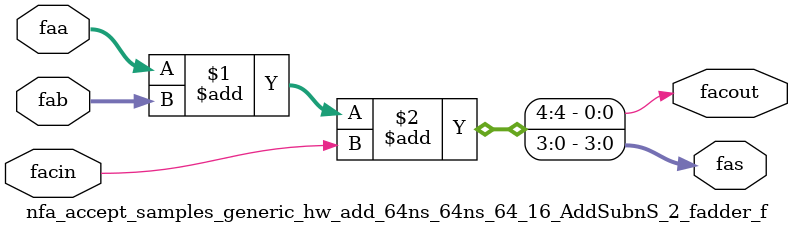
<source format=v>
module nfa_accept_samples_generic_hw_add_64ns_64ns_64_16_AddSubnS_2_fadder_f 
#(parameter
    N = 4
)(
    input  [N-1 : 0]  faa,
    input  [N-1 : 0]  fab,
    input  wire  facin,
    output [N-1 : 0]  fas,
    output wire  facout
);
assign {facout, fas} = faa + fab + facin;
endmodule
</source>
